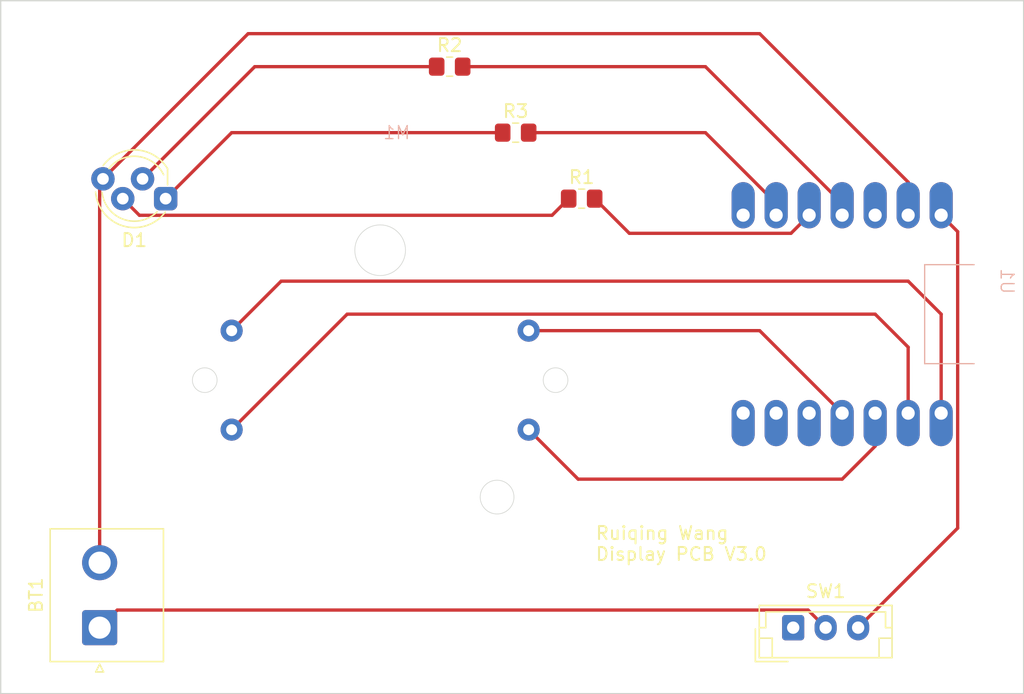
<source format=kicad_pcb>
(kicad_pcb (version 20221018) (generator pcbnew)
  (title_block (title "Ruiqing's Display PCB V2.0") (date "2024-01-29"))
  (layers (0 "F.Cu" signal) (31 "B.Cu" signal) (34 "B.Paste" user) (35 "F.Paste" user) (36 "B.SilkS" user "B.Silkscreen") (37 "F.SilkS" user "F.Silkscreen") (38 "B.Mask" user) (39 "F.Mask" user) (44 "Edge.Cuts" user))
  (net 0 "")
  (net 1 "Net-(BT1-+)")
  (net 2 "Net-(U1-GPIO1_A0_D0)")
  (net 3 "Net-(M1--)")
  (net 7 "Net-(U1-GPIO3_A2_D2)")
  (net 8 "Net-(U1-GPIO4_A3_D3)")
  (net 10 "Net-(D1-RA)")
  (net 11 "Net-(D1-GA)")
  (net 12 "Net-(D1-BA)")
  (net 14 "Net-(SW1-C)")
  (net 16 "Net-(BT1--)")
  (net 17 "Net-(U1-GPIO9_A10_D10_COPI)")
  (net 18 "Net-(U1-GPIO8_A9_D9_CIPO)")
  (net 19 "Net-(U1-GPIO7_A8_D8_SCK)")
  (footprint "Connector_JST:JST_NV_B02P-NV_1x02_P5.00mm_Vertical" (layer "F.Cu") (at 184.15 140.97 90)
    (fp_text reference "BT1" (at 2.5 -4.9 90) (layer "F.SilkS"))
    (fp_text value "Battery_Cell")
    (fp_line (start -3.41 -0.3) (end -2.81 0) (stroke (width 0.12)) (layer "F.SilkS"))
    (fp_line (start -3.41 0.3) (end -3.41 -0.3) (stroke (width 0.12)) (layer "F.SilkS"))
    (fp_line (start -2.81 0) (end -3.41 0.3) (stroke (width 0.12)) (layer "F.SilkS"))
    (fp_line (start -2.61 -3.81) (end -2.61 4.91) (stroke (width 0.12)) (layer "F.SilkS"))
    (fp_line (start -2.61 4.91) (end 7.61 4.91) (stroke (width 0.12)) (layer "F.SilkS"))
    (fp_line (start 7.61 -3.81) (end -2.61 -3.81) (stroke (width 0.12)) (layer "F.SilkS"))
    (fp_line (start 7.61 4.91) (end 7.61 -3.81) (stroke (width 0.12)) (layer "F.SilkS"))
    (pad "1" thru_hole roundrect (at 0 0 90) (size 2.7 2.7) (drill 1.7) (layers "*.Cu" "*.Mask") (roundrect_rratio 0.09259296296) (net 1 "Net-(BT1-+)"))
    (pad "2" thru_hole circle (at 5 0 90) (size 2.7 2.7) (drill 1.7) (layers "*.Cu" "*.Mask") (net 16 "Net-(BT1--)"))
  )
  (footprint "Resistor_SMD:R_0805_2012Metric_Pad1.20x1.40mm_HandSolder" (layer "F.Cu") (at 221.25 107.95)
    (fp_text reference "R1" (at 0 -1.65) (layer "F.SilkS"))
    (fp_text value "R")
    (fp_line (start -0.227064 -0.735) (end 0.227064 -0.735) (stroke (width 0.12)) (layer "F.SilkS"))
    (fp_line (start -0.227064 0.735) (end 0.227064 0.735) (stroke (width 0.12)) (layer "F.SilkS"))
    (pad "1" smd roundrect (at -1 0) (size 1.2 1.4) (layers "F.Cu" "F.Paste" "F.Mask") (roundrect_rratio 0.2083333333) (net 12 "Net-(D1-BA)"))
    (pad "2" smd roundrect (at 1 0) (size 1.2 1.4) (layers "F.Cu" "F.Paste" "F.Mask") (roundrect_rratio 0.2083333333) (net 18 "Net-(U1-GPIO8_A9_D9_CIPO)"))
  )
  (footprint "Resistor_SMD:R_0805_2012Metric_Pad1.20x1.40mm_HandSolder" (layer "F.Cu") (at 216.17 102.87)
    (fp_text reference "R3" (at 0 -1.65) (layer "F.SilkS"))
    (fp_text value "R")
    (fp_line (start -0.227064 -0.735) (end 0.227064 -0.735) (stroke (width 0.12)) (layer "F.SilkS"))
    (fp_line (start -0.227064 0.735) (end 0.227064 0.735) (stroke (width 0.12)) (layer "F.SilkS"))
    (pad "1" smd roundrect (at -1 0) (size 1.2 1.4) (layers "F.Cu" "F.Paste" "F.Mask") (roundrect_rratio 0.2083333333) (net 10 "Net-(D1-RA)"))
    (pad "2" smd roundrect (at 1 0) (size 1.2 1.4) (layers "F.Cu" "F.Paste" "F.Mask") (roundrect_rratio 0.2083333333) (net 19 "Net-(U1-GPIO7_A8_D8_SCK)"))
  )
  (footprint "Connector_JST:JST_EH_B3B-EH-A_1x03_P2.50mm_Vertical" (layer "F.Cu") (at 237.53 140.97)
    (fp_text reference "SW1" (at 2.5 -2.8) (layer "F.SilkS"))
    (fp_text value "SW_SPDT")
    (fp_line (start -2.91 0.11) (end -2.91 2.61) (stroke (width 0.12)) (layer "F.SilkS"))
    (fp_line (start -2.91 2.61) (end -0.41 2.61) (stroke (width 0.12)) (layer "F.SilkS"))
    (fp_line (start -2.61 -1.71) (end -2.61 2.31) (stroke (width 0.12)) (layer "F.SilkS"))
    (fp_line (start -2.61 0) (end -2.11 0) (stroke (width 0.12)) (layer "F.SilkS"))
    (fp_line (start -2.61 0.81) (end -1.61 0.81) (stroke (width 0.12)) (layer "F.SilkS"))
    (fp_line (start -2.61 2.31) (end 7.61 2.31) (stroke (width 0.12)) (layer "F.SilkS"))
    (fp_line (start -2.11 -1.21) (end 7.11 -1.21) (stroke (width 0.12)) (layer "F.SilkS"))
    (fp_line (start -2.11 0) (end -2.11 -1.21) (stroke (width 0.12)) (layer "F.SilkS"))
    (fp_line (start -1.61 0.81) (end -1.61 2.31) (stroke (width 0.12)) (layer "F.SilkS"))
    (fp_line (start 6.61 0.81) (end 6.61 2.31) (stroke (width 0.12)) (layer "F.SilkS"))
    (fp_line (start 7.11 -1.21) (end 7.11 0) (stroke (width 0.12)) (layer "F.SilkS"))
    (fp_line (start 7.11 0) (end 7.61 0) (stroke (width 0.12)) (layer "F.SilkS"))
    (fp_line (start 7.61 -1.71) (end -2.61 -1.71) (stroke (width 0.12)) (layer "F.SilkS"))
    (fp_line (start 7.61 0.81) (end 6.61 0.81) (stroke (width 0.12)) (layer "F.SilkS"))
    (fp_line (start 7.61 2.31) (end 7.61 -1.71) (stroke (width 0.12)) (layer "F.SilkS"))
    (pad "1" thru_hole roundrect (at 0 0) (size 1.7 1.95) (drill 0.95) (layers "*.Cu" "*.Mask") (roundrect_rratio 0.1470588235))
    (pad "2" thru_hole oval (at 2.5 0) (size 1.7 1.95) (drill 0.95) (layers "*.Cu" "*.Mask") (net 1 "Net-(BT1-+)"))
    (pad "3" thru_hole oval (at 5 0) (size 1.7 1.95) (drill 0.95) (layers "*.Cu" "*.Mask") (net 14 "Net-(SW1-C)"))
  )
  (footprint "LED_THT:LED_D5.0mm-4_RGB_Staggered_Pins" (layer "F.Cu") (at 189.23 107.95 180)
    (fp_text reference "D1" (at 2.413 -3.198) (layer "F.SilkS"))
    (fp_text value "LED_RGBK")
    (fp_line (start -0.147 1.061188) (end -0.147 2.307) (stroke (width 0.12)) (layer "F.SilkS"))
    (fp_arc (start 0.028 -1.038) (mid 3.238737 -2.109652) (end 5.389836 0.503784) (stroke (width 0.12)) (layer "F.SilkS"))
    (fp_arc (start 0.660401 -1.015999) (mid 3.242766 -1.592649) (end 4.89309 0.475579) (stroke (width 0.12)) (layer "F.SilkS"))
    (fp_arc (start 4.372086 2.315056) (mid 2.134091 3.246393) (end 0.158316 1.842) (stroke (width 0.12)) (layer "F.SilkS"))
    (fp_arc (start 4.804334 2.556887) (mid 2.262188 3.748194) (end -0.147 2.30683) (stroke (width 0.12)) (layer "F.SilkS"))
    (pad "1" thru_hole roundrect (at 0 0 180) (size 1.8 1.8) (drill 0.9) (layers "*.Cu" "*.Mask") (net 10 "Net-(D1-RA)"))
    (pad "2" thru_hole circle (at 1.778 1.524 180) (size 1.8 1.8) (drill 0.9) (layers "*.Cu" "*.Mask") (net 11 "Net-(D1-GA)"))
    (pad "3" thru_hole circle (at 3.302 0 180) (size 1.8 1.8) (drill 0.9) (layers "*.Cu" "*.Mask") (net 12 "Net-(D1-BA)"))
    (pad "4" thru_hole circle (at 4.826 1.524 180) (size 1.8 1.8) (drill 0.9) (layers "*.Cu" "*.Mask") (net 16 "Net-(BT1--)"))
  )
  (footprint "Resistor_SMD:R_0805_2012Metric_Pad1.20x1.40mm_HandSolder" (layer "F.Cu") (at 211.09 97.79)
    (fp_text reference "R2" (at 0 -1.65) (layer "F.SilkS"))
    (fp_text value "R")
    (fp_line (start -0.227064 -0.735) (end 0.227064 -0.735) (stroke (width 0.12)) (layer "F.SilkS"))
    (fp_line (start -0.227064 0.735) (end 0.227064 0.735) (stroke (width 0.12)) (layer "F.SilkS"))
    (pad "1" smd roundrect (at -1 0) (size 1.2 1.4) (layers "F.Cu" "F.Paste" "F.Mask") (roundrect_rratio 0.2083333333) (net 11 "Net-(D1-GA)"))
    (pad "2" smd roundrect (at 1 0) (size 1.2 1.4) (layers "F.Cu" "F.Paste" "F.Mask") (roundrect_rratio 0.2083333333) (net 17 "Net-(U1-GPIO9_A10_D10_COPI)"))
  )
  (footprint "x27_Footprint:x27_stepper" (layer "B.Cu") (at 203.2 132.08 180)
    (fp_text reference "M1" (at -3.81 29.21 unlocked) (layer "B.SilkS") (effects (font (thickness 0.1)) (justify mirror)))
    (fp_text value "Stepper_Motor_bipolar")
    (fp_circle (center -16.04 10.16) (end -15.09 10.16) (stroke (width 0.05)) (fill none) (layer "Edge.Cuts"))
    (fp_circle (center -11.54 1.16) (end -10.24 1.16) (stroke (width 0.05)) (fill none) (layer "Edge.Cuts"))
    (fp_circle (center -2.54 20.16) (end -0.59 20.16) (stroke (width 0.05)) (fill none) (layer "Edge.Cuts"))
    (fp_circle (center 10.96 10.16) (end 11.91 10.16) (stroke (width 0.05)) (fill none) (layer "Edge.Cuts"))
    (pad "1" thru_hole circle (at 8.89 13.97 180) (size 1.7 1.7) (drill 0.85) (layers "*.Cu" "*.Mask") (net 2 "Net-(U1-GPIO1_A0_D0)"))
    (pad "2" thru_hole circle (at 8.89 6.35 180) (size 1.7 1.7) (drill 0.85) (layers "*.Cu" "*.Mask") (net 3 "Net-(M1--)"))
    (pad "3" thru_hole circle (at -13.97 6.35 180) (size 1.7 1.7) (drill 0.85) (layers "*.Cu" "*.Mask") (net 7 "Net-(U1-GPIO3_A2_D2)"))
    (pad "4" thru_hole circle (at -13.97 13.97 180) (size 1.7 1.7) (drill 0.85) (layers "*.Cu" "*.Mask") (net 8 "Net-(U1-GPIO4_A3_D3)"))
  )
  (footprint "514_KiCAD_Demo:XIAO_ESP32_SENSE" (layer "B.Cu") (at 241.3 116.84 90)
    (fp_text reference "U1" (at 2.54 12.7 270 unlocked) (layer "B.SilkS") (effects (font (thickness 0.1)) (justify mirror)))
    (fp_text value "~")
    (fp_line (start -3.81 6.35) (end 3.81 6.35) (stroke (width 0.1)) (layer "B.SilkS"))
    (fp_line (start -3.81 10.16) (end -3.81 6.35) (stroke (width 0.1)) (layer "B.SilkS"))
    (fp_line (start 3.81 6.35) (end 3.81 10.16) (stroke (width 0.1)) (layer "B.SilkS"))
    (pad "1" thru_hole oval (at -7.62 7.62 90) (size 3.556 1.778) (drill 1.016 (offset -0.762 0)) (layers "*.Cu" "*.Mask") (net 2 "Net-(U1-GPIO1_A0_D0)"))
    (pad "2" thru_hole oval (at -7.62 5.08 90) (size 3.556 1.778) (drill 1.016 (offset -0.762 0)) (layers "*.Cu" "*.Mask") (net 3 "Net-(M1--)"))
    (pad "3" thru_hole oval (at -7.62 2.54 90) (size 3.556 1.778) (drill 1.016 (offset -0.762 0)) (layers "*.Cu" "*.Mask") (net 7 "Net-(U1-GPIO3_A2_D2)"))
    (pad "4" thru_hole oval (at -7.62 0 90) (size 3.556 1.778) (drill 1.016 (offset -0.762 0)) (layers "*.Cu" "*.Mask") (net 8 "Net-(U1-GPIO4_A3_D3)"))
    (pad "5" thru_hole oval (at -7.62 -2.54 90) (size 3.556 1.778) (drill 1.016 (offset -0.762 0)) (layers "*.Cu" "*.Mask"))
    (pad "6" thru_hole oval (at -7.62 -5.08 90) (size 3.556 1.778) (drill 1.016 (offset -0.762 0)) (layers "*.Cu" "*.Mask"))
    (pad "7" thru_hole oval (at -7.62 -7.62 90) (size 3.556 1.778) (drill 1.016 (offset -0.762 0)) (layers "*.Cu" "*.Mask"))
    (pad "8" thru_hole oval (at 7.62 7.62 90) (size 3.556 1.778) (drill 1.016 (offset 0.762 0)) (layers "*.Cu" "*.Mask") (net 14 "Net-(SW1-C)"))
    (pad "9" thru_hole oval (at 7.62 5.08 90) (size 3.556 1.778) (drill 1.016 (offset 0.762 0)) (layers "*.Cu" "*.Mask") (net 16 "Net-(BT1--)"))
    (pad "10" thru_hole oval (at 7.62 2.54 90) (size 3.556 1.778) (drill 1.016 (offset 0.762 0)) (layers "*.Cu" "*.Mask"))
    (pad "11" thru_hole oval (at 7.62 0 90) (size 3.556 1.778) (drill 1.016 (offset 0.762 0)) (layers "*.Cu" "*.Mask") (net 17 "Net-(U1-GPIO9_A10_D10_COPI)"))
    (pad "12" thru_hole oval (at 7.62 -2.54 90) (size 3.556 1.778) (drill 1.016 (offset 0.762 0)) (layers "*.Cu" "*.Mask") (net 18 "Net-(U1-GPIO8_A9_D9_CIPO)"))
    (pad "13" thru_hole oval (at 7.62 -5.08 90) (size 3.556 1.778) (drill 1.016 (offset 0.762 0)) (layers "*.Cu" "*.Mask") (net 19 "Net-(U1-GPIO7_A8_D8_SCK)"))
    (pad "14" thru_hole oval (at 7.62 -7.62 90) (size 3.556 1.778) (drill 1.016 (offset 0.762 0)) (layers "*.Cu" "*.Mask"))
  )
  (gr_rect (start 176.53 92.71) (end 255.27 146.05) (stroke (width 0.1)) (fill none) (layer "Edge.Cuts"))
  (gr_text "Ruiqing Wang\nDisplay PCB V3.0\n" (at 222.25 135.89) (layer "F.SilkS") (effects (font (size 1 1)) (justify left bottom)))
  (segment (start 238.674 139.614) (end 240.03 140.97) (width 0.254) (layer "F.Cu") (net 1))
  (segment (start 184.15 140.97) (end 185.506 139.614) (width 0.254) (layer "F.Cu") (net 1))
  (segment (start 185.506 139.614) (end 238.674 139.614) (width 0.254) (layer "F.Cu") (net 1))
  (segment (start 246.38 114.3) (end 248.92 116.84) (width 0.254) (layer "F.Cu") (net 2))
  (segment (start 198.12 114.3) (end 246.38 114.3) (width 0.254) (layer "F.Cu") (net 2))
  (segment (start 194.31 118.11) (end 198.12 114.3) (width 0.254) (layer "F.Cu") (net 2))
  (segment (start 248.92 116.84) (end 248.92 124.46) (width 0.254) (layer "F.Cu") (net 2))
  (segment (start 203.2 116.84) (end 243.84 116.84) (width 0.254) (layer "F.Cu") (net 3))
  (segment (start 194.31 125.73) (end 203.2 116.84) (width 0.254) (layer "F.Cu") (net 3))
  (segment (start 243.84 116.84) (end 246.38 119.38) (width 0.254) (layer "F.Cu") (net 3))
  (segment (start 246.38 119.38) (end 246.38 124.46) (width 0.254) (layer "F.Cu") (net 3))
  (segment (start 243.84 127) (end 243.84 124.46) (width 0.254) (layer "F.Cu") (net 7))
  (segment (start 217.17 125.73) (end 220.98 129.54) (width 0.254) (layer "F.Cu") (net 7))
  (segment (start 220.98 129.54) (end 241.3 129.54) (width 0.254) (layer "F.Cu") (net 7))
  (segment (start 241.3 129.54) (end 243.84 127) (width 0.254) (layer "F.Cu") (net 7))
  (segment (start 217.17 118.11) (end 234.95 118.11) (width 0.254) (layer "F.Cu") (net 8))
  (segment (start 234.95 118.11) (end 241.3 124.46) (width 0.254) (layer "F.Cu") (net 8))
  (segment (start 194.31 102.87) (end 189.23 107.95) (width 0.254) (layer "F.Cu") (net 10))
  (segment (start 215.17 102.87) (end 194.31 102.87) (width 0.254) (layer "F.Cu") (net 10))
  (segment (start 196.088 97.79) (end 210.09 97.79) (width 0.254) (layer "F.Cu") (net 11))
  (segment (start 187.452 106.426) (end 196.088 97.79) (width 0.254) (layer "F.Cu") (net 11))
  (segment (start 218.969 109.231) (end 220.25 107.95) (width 0.254) (layer "F.Cu") (net 12))
  (segment (start 187.209 109.231) (end 218.969 109.231) (width 0.254) (layer "F.Cu") (net 12))
  (segment (start 185.928 107.95) (end 187.209 109.231) (width 0.254) (layer "F.Cu") (net 12))
  (segment (start 248.92 109.22) (end 250.19 110.49) (width 0.254) (layer "F.Cu") (net 14))
  (segment (start 248.92 109.22) (end 248.92 109.347) (width 0.254) (layer "F.Cu") (net 14))
  (segment (start 250.19 133.31) (end 242.53 140.97) (width 0.254) (layer "F.Cu") (net 14))
  (segment (start 250.19 110.49) (end 250.19 133.31) (width 0.254) (layer "F.Cu") (net 14))
  (segment (start 184.15 135.97) (end 184.15 106.68) (width 0.254) (layer "F.Cu") (net 16))
  (segment (start 246.38 106.68) (end 246.38 109.22) (width 0.254) (layer "F.Cu") (net 16))
  (segment (start 234.95 95.25) (end 246.38 106.68) (width 0.254) (layer "F.Cu") (net 16))
  (segment (start 184.404 106.426) (end 195.58 95.25) (width 0.254) (layer "F.Cu") (net 16))
  (segment (start 184.15 106.68) (end 184.404 106.426) (width 0.254) (layer "F.Cu") (net 16))
  (segment (start 195.58 95.25) (end 234.95 95.25) (width 0.254) (layer "F.Cu") (net 16))
  (segment (start 212.09 97.79) (end 230.777051 97.79) (width 0.254) (layer "F.Cu") (net 17))
  (segment (start 230.777051 97.79) (end 241.3 108.312949) (width 0.254) (layer "F.Cu") (net 17))
  (segment (start 241.3 108.312949) (end 241.3 109.22) (width 0.254) (layer "F.Cu") (net 17))
  (segment (start 237.363 110.617) (end 238.76 109.22) (width 0.254) (layer "F.Cu") (net 18))
  (segment (start 224.917 110.617) (end 237.363 110.617) (width 0.254) (layer "F.Cu") (net 18))
  (segment (start 222.25 107.95) (end 224.917 110.617) (width 0.254) (layer "F.Cu") (net 18))
  (segment (start 236.22 108.312949) (end 236.22 109.22) (width 0.254) (layer "F.Cu") (net 19))
  (segment (start 230.777051 102.87) (end 236.22 108.312949) (width 0.254) (layer "F.Cu") (net 19))
  (segment (start 217.17 102.87) (end 230.777051 102.87) (width 0.254) (layer "F.Cu") (net 19))
)
</source>
